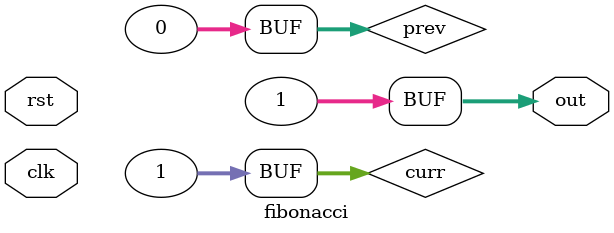
<source format=v>
module fibonacci(
    input wire clk,
    input wire rst,
    output wire[31:0] out 
);
    wire [31:0] prev = 0;
    wire [31:0] curr = 1;

    always @ (posedge clk) begin
        if (rst == 1'b1)begin
             prev <= 0;
             curr <= 1;
        end
        else begin
            prev <= curr;
            curr <= curr + prev;
        end
    end
    
    assign out = curr;
    

endmodule

</source>
